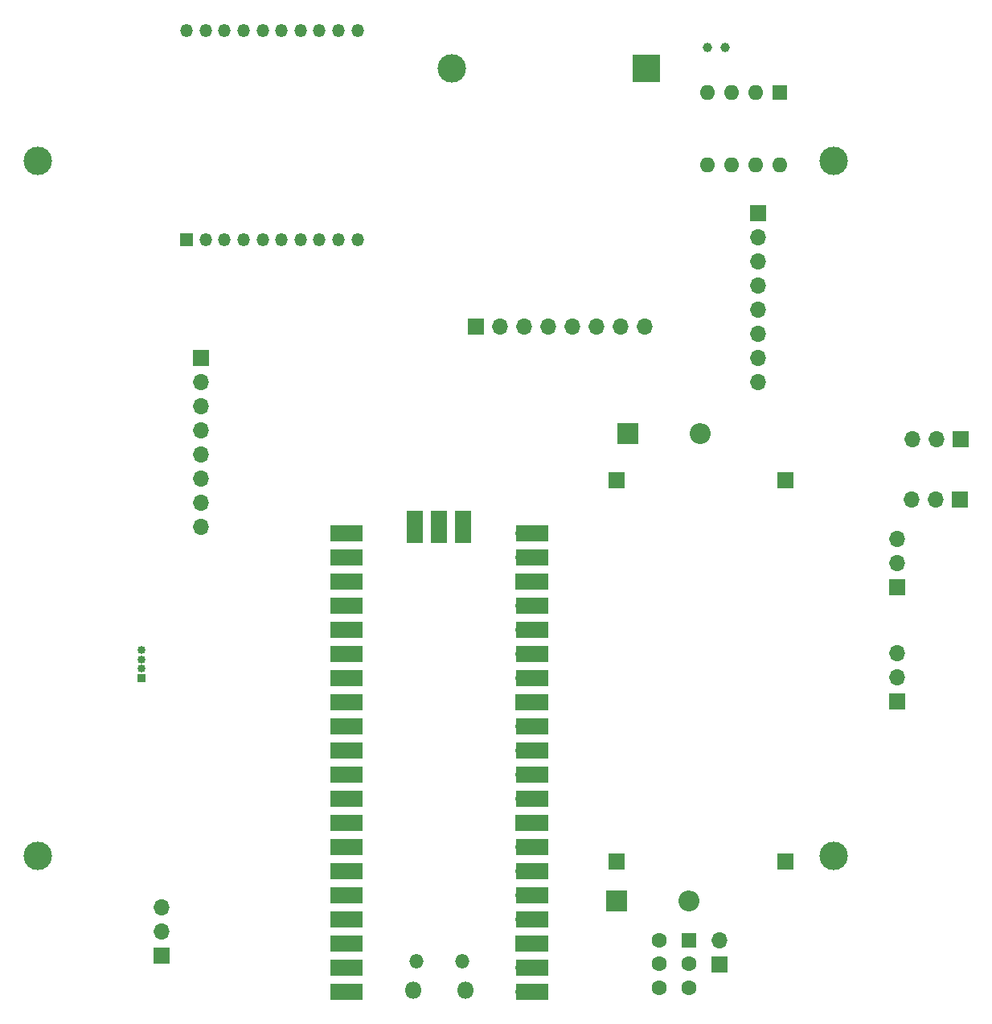
<source format=gbr>
%TF.GenerationSoftware,KiCad,Pcbnew,7.0.9*%
%TF.CreationDate,2023-11-29T17:21:01+01:00*%
%TF.ProjectId,astrasat1,61737472-6173-4617-9431-2e6b69636164,v1*%
%TF.SameCoordinates,Original*%
%TF.FileFunction,Soldermask,Top*%
%TF.FilePolarity,Negative*%
%FSLAX46Y46*%
G04 Gerber Fmt 4.6, Leading zero omitted, Abs format (unit mm)*
G04 Created by KiCad (PCBNEW 7.0.9) date 2023-11-29 17:21:01*
%MOMM*%
%LPD*%
G01*
G04 APERTURE LIST*
%ADD10R,1.700000X1.700000*%
%ADD11O,1.700000X1.700000*%
%ADD12R,0.850000X0.850000*%
%ADD13O,0.850000X0.850000*%
%ADD14R,2.200000X2.200000*%
%ADD15O,2.200000X2.200000*%
%ADD16C,3.000000*%
%ADD17O,1.800000X1.800000*%
%ADD18O,1.500000X1.500000*%
%ADD19R,3.500000X1.700000*%
%ADD20R,1.700000X3.500000*%
%ADD21R,3.000000X3.000000*%
%ADD22R,1.600000X1.600000*%
%ADD23O,1.600000X1.600000*%
%ADD24R,1.350000X1.350000*%
%ADD25O,1.350000X1.350000*%
%ADD26C,1.000000*%
%ADD27C,1.600000*%
G04 APERTURE END LIST*
D10*
%TO.C,U2*%
X122925000Y-141315000D03*
D11*
X122925000Y-138775000D03*
X122925000Y-136235000D03*
%TD*%
D10*
%TO.C,U6*%
X127000000Y-78450000D03*
D11*
X127000000Y-80990000D03*
X127000000Y-83530000D03*
X127000000Y-86070000D03*
X127000000Y-88610000D03*
X127000000Y-91150000D03*
X127000000Y-93690000D03*
X127000000Y-96230000D03*
%TD*%
D12*
%TO.C,U1*%
X120755000Y-112158000D03*
D13*
X120755000Y-111158000D03*
X120755000Y-110158000D03*
X120755000Y-109158000D03*
%TD*%
D10*
%TO.C,MainBT1*%
X181610000Y-142240000D03*
D11*
X181610000Y-139700000D03*
%TD*%
D14*
%TO.C,D2*%
X170815000Y-135600000D03*
D15*
X178435000Y-135600000D03*
%TD*%
D10*
%TO.C,SmallM3*%
X206980000Y-93345000D03*
D11*
X204440000Y-93345000D03*
X201900000Y-93345000D03*
%TD*%
D16*
%TO.C,REF\u002A\u002A*%
X193675000Y-130810000D03*
%TD*%
D10*
%TO.C,U9*%
X170815000Y-131426000D03*
X188595000Y-131426000D03*
X188595000Y-91294000D03*
X170815000Y-91294000D03*
%TD*%
D17*
%TO.C,U5*%
X154860000Y-144995000D03*
D18*
X154560000Y-141965000D03*
X149710000Y-141965000D03*
D17*
X149410000Y-144995000D03*
D11*
X161025000Y-145125000D03*
D19*
X161925000Y-145125000D03*
D11*
X161025000Y-142585000D03*
D19*
X161925000Y-142585000D03*
D10*
X161025000Y-140045000D03*
D19*
X161925000Y-140045000D03*
D11*
X161025000Y-137505000D03*
D19*
X161925000Y-137505000D03*
D11*
X161025000Y-134965000D03*
D19*
X161925000Y-134965000D03*
D11*
X161025000Y-132425000D03*
D19*
X161925000Y-132425000D03*
D11*
X161025000Y-129885000D03*
D19*
X161925000Y-129885000D03*
D10*
X161025000Y-127345000D03*
D19*
X161925000Y-127345000D03*
D11*
X161025000Y-124805000D03*
D19*
X161925000Y-124805000D03*
D11*
X161025000Y-122265000D03*
D19*
X161925000Y-122265000D03*
D11*
X161025000Y-119725000D03*
D19*
X161925000Y-119725000D03*
D11*
X161025000Y-117185000D03*
D19*
X161925000Y-117185000D03*
D10*
X161025000Y-114645000D03*
D19*
X161925000Y-114645000D03*
D11*
X161025000Y-112105000D03*
D19*
X161925000Y-112105000D03*
D11*
X161025000Y-109565000D03*
D19*
X161925000Y-109565000D03*
D11*
X161025000Y-107025000D03*
D19*
X161925000Y-107025000D03*
D11*
X161025000Y-104485000D03*
D19*
X161925000Y-104485000D03*
D10*
X161025000Y-101945000D03*
D19*
X161925000Y-101945000D03*
D11*
X161025000Y-99405000D03*
D19*
X161925000Y-99405000D03*
D11*
X161025000Y-96865000D03*
D19*
X161925000Y-96865000D03*
D11*
X143245000Y-96865000D03*
D19*
X142345000Y-96865000D03*
D11*
X143245000Y-99405000D03*
D19*
X142345000Y-99405000D03*
D10*
X143245000Y-101945000D03*
D19*
X142345000Y-101945000D03*
D11*
X143245000Y-104485000D03*
D19*
X142345000Y-104485000D03*
D11*
X143245000Y-107025000D03*
D19*
X142345000Y-107025000D03*
D11*
X143245000Y-109565000D03*
D19*
X142345000Y-109565000D03*
D11*
X143245000Y-112105000D03*
D19*
X142345000Y-112105000D03*
D10*
X143245000Y-114645000D03*
D19*
X142345000Y-114645000D03*
D11*
X143245000Y-117185000D03*
D19*
X142345000Y-117185000D03*
D11*
X143245000Y-119725000D03*
D19*
X142345000Y-119725000D03*
D11*
X143245000Y-122265000D03*
D19*
X142345000Y-122265000D03*
D11*
X143245000Y-124805000D03*
D19*
X142345000Y-124805000D03*
D10*
X143245000Y-127345000D03*
D19*
X142345000Y-127345000D03*
D11*
X143245000Y-129885000D03*
D19*
X142345000Y-129885000D03*
D11*
X143245000Y-132425000D03*
D19*
X142345000Y-132425000D03*
D11*
X143245000Y-134965000D03*
D19*
X142345000Y-134965000D03*
D11*
X143245000Y-137505000D03*
D19*
X142345000Y-137505000D03*
D10*
X143245000Y-140045000D03*
D19*
X142345000Y-140045000D03*
D11*
X143245000Y-142585000D03*
D19*
X142345000Y-142585000D03*
D11*
X143245000Y-145125000D03*
D19*
X142345000Y-145125000D03*
D11*
X154675000Y-97095000D03*
D20*
X154675000Y-96195000D03*
D10*
X152135000Y-97095000D03*
D20*
X152135000Y-96195000D03*
D11*
X149595000Y-97095000D03*
D20*
X149595000Y-96195000D03*
%TD*%
D21*
%TO.C,CellBT1*%
X173910000Y-47970001D03*
D16*
X153420000Y-47970001D03*
%TD*%
D22*
%TO.C,U3*%
X187960000Y-50520000D03*
D23*
X185420000Y-50520000D03*
X182880000Y-50520000D03*
X180340000Y-50520000D03*
X180340000Y-58140000D03*
X182880000Y-58140000D03*
X185420000Y-58140000D03*
X187960000Y-58140000D03*
%TD*%
D10*
%TO.C,BigM1*%
X200395000Y-114630000D03*
D11*
X200395000Y-112090000D03*
X200395000Y-109550000D03*
%TD*%
D16*
%TO.C,REF\u002A\u002A*%
X109855000Y-57690000D03*
%TD*%
%TO.C,REF\u002A\u002A*%
X193675000Y-57690000D03*
%TD*%
D10*
%TO.C,SmallM2*%
X207010000Y-86995000D03*
D11*
X204470000Y-86995000D03*
X201930000Y-86995000D03*
%TD*%
D24*
%TO.C,U4*%
X125520000Y-65955000D03*
D25*
X127520000Y-65955000D03*
X129520000Y-65955000D03*
X131520000Y-65955000D03*
X133520000Y-65955000D03*
X135520000Y-65955000D03*
X137520000Y-65955000D03*
X139520000Y-65955000D03*
X141520000Y-65955000D03*
X143520000Y-65955000D03*
X143520000Y-43955000D03*
X141520000Y-43955000D03*
X139520000Y-43955000D03*
X137520000Y-43955000D03*
X135520000Y-43955000D03*
X133520000Y-43955000D03*
X131520000Y-43955000D03*
X129520000Y-43955000D03*
X127520000Y-43955000D03*
X125520000Y-43955000D03*
%TD*%
D26*
%TO.C,Y1*%
X180340000Y-45720000D03*
X182240000Y-45720000D03*
%TD*%
D10*
%TO.C,SmallM1*%
X200395000Y-102565000D03*
D11*
X200395000Y-100025000D03*
X200395000Y-97485000D03*
%TD*%
D22*
%TO.C,SW1*%
X178460000Y-139700000D03*
D27*
X178460000Y-142200000D03*
X178460000Y-144700000D03*
X175260000Y-139700000D03*
X175260000Y-142200000D03*
X175260000Y-144700000D03*
%TD*%
D10*
%TO.C,U7*%
X185710000Y-63190000D03*
D11*
X185710000Y-65730000D03*
X185710000Y-68270000D03*
X185710000Y-70810000D03*
X185710000Y-73350000D03*
X185710000Y-75890000D03*
X185710000Y-78430000D03*
X185710000Y-80970000D03*
%TD*%
D10*
%TO.C,U8*%
X155985000Y-75175000D03*
D11*
X158525000Y-75175000D03*
X161065000Y-75175000D03*
X163605000Y-75175000D03*
X166145000Y-75175000D03*
X168685000Y-75175000D03*
X171225000Y-75175000D03*
X173765000Y-75175000D03*
%TD*%
D14*
%TO.C,D1*%
X172005000Y-86360000D03*
D15*
X179625000Y-86360000D03*
%TD*%
D16*
%TO.C,REF\u002A\u002A*%
X109855000Y-130810000D03*
%TD*%
M02*

</source>
